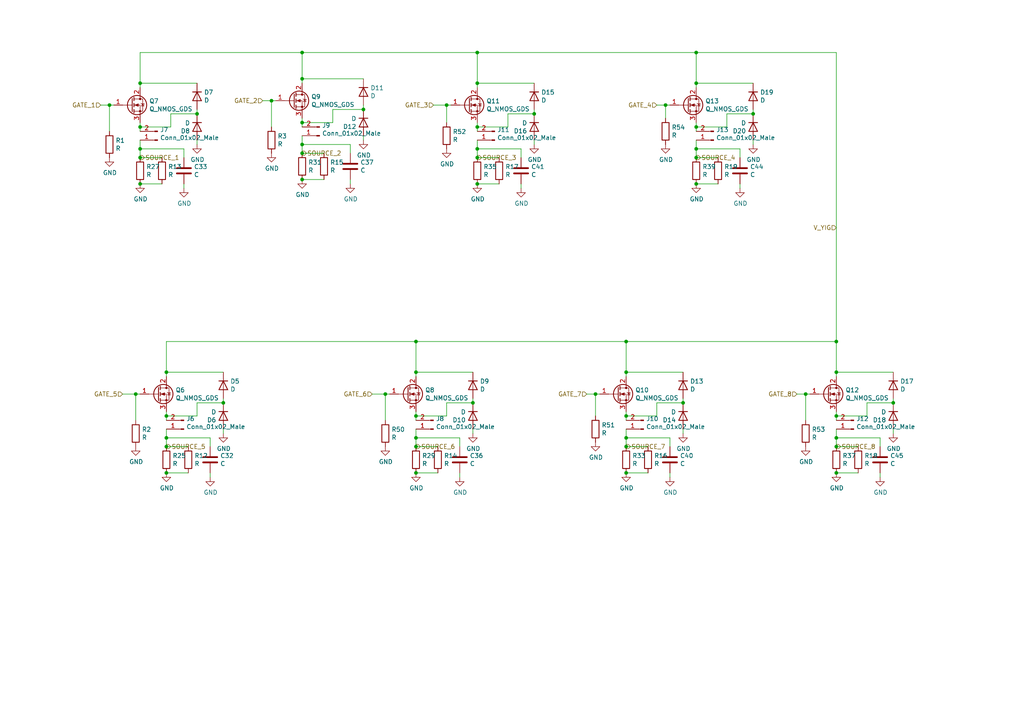
<source format=kicad_sch>
(kicad_sch (version 20230121) (generator eeschema)
  (paper "A4")
  (lib_symbols
    (symbol "Device:C" (pin_numbers hide) (pin_names (offset 0.254))
      (property "Reference" "C" (at 0.635 2.54 0))
      (property "Value" "C" (at 0.635 -2.54 0))
      (symbol "C_0_1"
        (polyline (pts (xy -2.032 -0.762) (xy 2.032 -0.762)) (stroke (width 0.508)))
        (polyline (pts (xy -2.032 0.762) (xy 2.032 0.762)) (stroke (width 0.508)))
      )
      (symbol "C_1_1"
        (pin passive line (at 0 3.81 270) (length 2.794) (name "~") (number "1"))
        (pin passive line (at 0 -3.81 90) (length 2.794) (name "~") (number "2"))
      )
    )
    (symbol "Device:D" (pin_numbers hide) (pin_names (offset 1.016) hide)
      (property "Reference" "D" (at 0 2.54 0))
      (property "Value" "D" (at 0 -2.54 0))
      (symbol "D_0_1"
        (polyline (pts (xy -1.27 1.27) (xy -1.27 -1.27)) (stroke (width 0.254)))
        (polyline (pts (xy 1.27 0) (xy -1.27 0)))
        (polyline (pts (xy 1.27 1.27) (xy 1.27 -1.27) (xy -1.27 0) (xy 1.27 1.27)) (stroke (width 0.254)))
      )
      (symbol "D_1_1"
        (pin passive line (at -3.81 0 0) (length 2.54) (name "K") (number "1"))
        (pin passive line (at 3.81 0 180) (length 2.54) (name "A") (number "2"))
      )
    )
    (symbol "Device:Q_NMOS_GDS" (pin_names (offset 0) hide)
      (property "Reference" "Q" (at 5.08 1.27 0))
      (property "Value" "Q_NMOS_GDS" (at 5.08 -1.27 0))
      (symbol "Q_NMOS_GDS_0_1"
        (polyline (pts (xy 0.254 0) (xy -2.54 0)))
        (polyline (pts (xy 0.254 1.905) (xy 0.254 -1.905)) (stroke (width 0.254)))
        (polyline (pts (xy 0.762 -1.27) (xy 0.762 -2.286)) (stroke (width 0.254)))
        (polyline (pts (xy 0.762 0.508) (xy 0.762 -0.508)) (stroke (width 0.254)))
        (polyline (pts (xy 0.762 2.286) (xy 0.762 1.27)) (stroke (width 0.254)))
        (polyline (pts (xy 2.54 2.54) (xy 2.54 1.778)))
        (polyline (pts (xy 2.54 -2.54) (xy 2.54 0) (xy 0.762 0)))
        (polyline (pts (xy 0.762 -1.778) (xy 3.302 -1.778) (xy 3.302 1.778) (xy 0.762 1.778)))
        (polyline (pts (xy 1.016 0) (xy 2.032 0.381) (xy 2.032 -0.381) (xy 1.016 0)) (fill (type outline)))
        (polyline (pts (xy 2.794 0.508) (xy 2.921 0.381) (xy 3.683 0.381) (xy 3.81 0.254)))
        (polyline (pts (xy 3.302 0.381) (xy 2.921 -0.254) (xy 3.683 -0.254) (xy 3.302 0.381)))
        (circle (center 1.651 0) (radius 2.794) (stroke (width 0.254)))
        (circle (center 2.54 -1.778) (radius 0.254) (fill (type outline)))
        (circle (center 2.54 1.778) (radius 0.254) (fill (type outline)))
      )
      (symbol "Q_NMOS_GDS_1_1"
        (pin input line (at -5.08 0 0) (length 2.54) (name "G") (number "1"))
        (pin passive line (at 2.54 5.08 270) (length 2.54) (name "D") (number "2"))
        (pin passive line (at 2.54 -5.08 90) (length 2.54) (name "S") (number "3"))
      )
    )
    (symbol "Device:R" (pin_numbers hide) (pin_names (offset 0))
      (property "Reference" "R" (at 2.032 0 90))
      (property "Value" "R" (at 0 0 90))
      (symbol "R_0_1"
        (rectangle (start -1.016 -2.54) (end 1.016 2.54) (stroke (width 0.254)))
      )
      (symbol "R_1_1"
        (pin passive line (at 0 3.81 270) (length 1.27) (name "~") (number "1"))
        (pin passive line (at 0 -3.81 90) (length 1.27) (name "~") (number "2"))
      )
    )
    (symbol "power:GND" (power) (pin_names (offset 0))
      (property "Value" "GND" (at 0 -3.81 0))
      (symbol "GND_0_1"
        (polyline (pts (xy 0 0) (xy 0 -1.27) (xy 1.27 -1.27) (xy 0 -2.54) (xy -1.27 -1.27) (xy 0 -1.27)))
      )
      (symbol "GND_1_1"
        (pin power_in line (at 0 0 270) (length 0) hide (name "GND") (number "1"))
      )
    )
    (symbol "yigController-rescue:Conn_01x02_Male-Connector" (pin_names (offset 1.016) hide)
      (property "Reference" "J" (at 0 2.54 0))
      (property "Value" "Connector_Conn_01x02_Male" (at 0 -5.08 0))
      (symbol "Conn_01x02_Male-Connector_1_1"
        (polyline (pts (xy 1.27 -2.54) (xy 0.8636 -2.54)) (stroke (width 0.1524)))
        (polyline (pts (xy 1.27 0) (xy 0.8636 0)) (stroke (width 0.1524)))
        (rectangle (start 0.8636 -2.413) (end 0 -2.667) (stroke (width 0.1524)) (fill (type outline)))
        (rectangle (start 0.8636 0.127) (end 0 -0.127) (stroke (width 0.1524)) (fill (type outline)))
        (pin passive line (at 5.08 0 180) (length 3.81) (name "Pin_1") (number "1"))
        (pin passive line (at 5.08 -2.54 180) (length 3.81) (name "Pin_2") (number "2"))
      )
    )
  )
  (junction (at 87.63 35.56))
  (junction (at 201.93 36.83))
  (junction (at 233.68 114.3))
  (junction (at 201.93 45.72))
  (junction (at 201.93 24.13))
  (junction (at 87.63 52.07))
  (junction (at 181.61 99.06))
  (junction (at 120.65 137.16))
  (junction (at 87.63 44.45))
  (junction (at 181.61 107.95))
  (junction (at 40.64 36.83))
  (junction (at 198.12 116.84))
  (junction (at 87.63 15.24))
  (junction (at 137.16 116.84))
  (junction (at 138.43 24.13))
  (junction (at 105.41 31.75))
  (junction (at 201.93 53.34))
  (junction (at 120.65 99.06))
  (junction (at 40.64 43.18))
  (junction (at 40.64 45.72))
  (junction (at 138.43 45.72))
  (junction (at 154.94 33.02))
  (junction (at 201.93 43.18))
  (junction (at 48.26 137.16))
  (junction (at 64.77 116.84))
  (junction (at 242.57 127))
  (junction (at 40.64 24.13))
  (junction (at 181.61 137.16))
  (junction (at 242.57 120.65))
  (junction (at 78.74 29.21))
  (junction (at 181.61 129.54))
  (junction (at 181.61 127))
  (junction (at 31.75 30.48))
  (junction (at 242.57 99.06))
  (junction (at 138.43 15.24))
  (junction (at 120.65 129.54))
  (junction (at 172.72 114.3))
  (junction (at 138.43 43.18))
  (junction (at 39.37 114.3))
  (junction (at 129.54 30.48))
  (junction (at 242.57 137.16))
  (junction (at 138.43 53.34))
  (junction (at 48.26 120.65))
  (junction (at 57.15 33.02))
  (junction (at 87.63 41.91))
  (junction (at 120.65 127))
  (junction (at 120.65 107.95))
  (junction (at 40.64 53.34))
  (junction (at 48.26 107.95))
  (junction (at 181.61 120.65))
  (junction (at 242.57 129.54))
  (junction (at 193.04 30.48))
  (junction (at 48.26 129.54))
  (junction (at 120.65 120.65))
  (junction (at 111.76 114.3))
  (junction (at 218.44 33.02))
  (junction (at 242.57 107.95))
  (junction (at 201.93 15.24))
  (junction (at 87.63 22.86))
  (junction (at 48.26 127))
  (junction (at 138.43 36.83))
  (junction (at 259.08 116.84))
  (wire (pts (xy 133.35 129.54) (xy 133.35 127)))
  (wire (pts (xy 187.96 129.54) (xy 181.61 129.54)))
  (wire (pts (xy 242.57 109.22) (xy 242.57 107.95)))
  (wire (pts (xy 242.57 121.92) (xy 242.57 120.65)))
  (wire (pts (xy 120.65 120.65) (xy 120.65 121.92)))
  (wire (pts (xy 194.31 127) (xy 181.61 127)))
  (wire (pts (xy 242.57 127) (xy 242.57 129.54)))
  (wire (pts (xy 101.6 52.07) (xy 101.6 53.34)))
  (wire (pts (xy 40.64 43.18) (xy 40.64 45.72)))
  (wire (pts (xy 218.44 24.13) (xy 201.93 24.13)))
  (wire (pts (xy 242.57 127) (xy 242.57 124.46)))
  (wire (pts (xy 214.63 53.34) (xy 214.63 54.61)))
  (wire (pts (xy 48.26 127) (xy 48.26 129.54)))
  (wire (pts (xy 248.92 129.54) (xy 242.57 129.54)))
  (wire (pts (xy 93.98 44.45) (xy 87.63 44.45)))
  (wire (pts (xy 53.34 43.18) (xy 40.64 43.18)))
  (wire (pts (xy 87.63 22.86) (xy 87.63 24.13)))
  (wire (pts (xy 193.04 34.29) (xy 193.04 30.48)))
  (wire (pts (xy 57.15 40.64) (xy 57.15 41.91)))
  (wire (pts (xy 87.63 35.56) (xy 87.63 36.83)))
  (wire (pts (xy 201.93 24.13) (xy 201.93 15.24)))
  (wire (pts (xy 96.52 31.75) (xy 105.41 31.75)))
  (wire (pts (xy 198.12 107.95) (xy 181.61 107.95)))
  (wire (pts (xy 120.65 119.38) (xy 120.65 120.65)))
  (wire (pts (xy 40.64 36.83) (xy 49.53 36.83)))
  (wire (pts (xy 120.65 120.65) (xy 129.54 120.65)))
  (wire (pts (xy 64.77 124.46) (xy 64.77 125.73)))
  (wire (pts (xy 154.94 31.75) (xy 154.94 33.02)))
  (wire (pts (xy 53.34 53.34) (xy 53.34 54.61)))
  (wire (pts (xy 194.31 30.48) (xy 193.04 30.48)))
  (wire (pts (xy 54.61 137.16) (xy 48.26 137.16)))
  (wire (pts (xy 60.96 129.54) (xy 60.96 127)))
  (wire (pts (xy 201.93 25.4) (xy 201.93 24.13)))
  (wire (pts (xy 40.64 36.83) (xy 40.64 35.56)))
  (wire (pts (xy 210.82 36.83) (xy 210.82 33.02)))
  (wire (pts (xy 137.16 115.57) (xy 137.16 116.84)))
  (wire (pts (xy 48.26 120.65) (xy 48.26 119.38)))
  (wire (pts (xy 40.64 38.1) (xy 40.64 36.83)))
  (wire (pts (xy 172.72 114.3) (xy 170.18 114.3)))
  (wire (pts (xy 137.16 124.46) (xy 137.16 125.73)))
  (wire (pts (xy 144.78 53.34) (xy 138.43 53.34)))
  (wire (pts (xy 87.63 15.24) (xy 138.43 15.24)))
  (wire (pts (xy 138.43 24.13) (xy 138.43 25.4)))
  (wire (pts (xy 40.64 24.13) (xy 40.64 25.4)))
  (wire (pts (xy 251.46 120.65) (xy 251.46 116.84)))
  (wire (pts (xy 138.43 15.24) (xy 201.93 15.24)))
  (wire (pts (xy 255.27 129.54) (xy 255.27 127)))
  (wire (pts (xy 130.81 30.48) (xy 129.54 30.48)))
  (wire (pts (xy 80.01 29.21) (xy 78.74 29.21)))
  (wire (pts (xy 48.26 107.95) (xy 48.26 99.06)))
  (wire (pts (xy 31.75 30.48) (xy 31.75 38.1)))
  (wire (pts (xy 120.65 124.46) (xy 120.65 127)))
  (wire (pts (xy 194.31 129.54) (xy 194.31 127)))
  (wire (pts (xy 208.28 45.72) (xy 201.93 45.72)))
  (wire (pts (xy 198.12 115.57) (xy 198.12 116.84)))
  (wire (pts (xy 105.41 39.37) (xy 105.41 40.64)))
  (wire (pts (xy 129.54 35.56) (xy 129.54 30.48)))
  (wire (pts (xy 49.53 36.83) (xy 49.53 33.02)))
  (wire (pts (xy 57.15 116.84) (xy 64.77 116.84)))
  (wire (pts (xy 181.61 124.46) (xy 181.61 127)))
  (wire (pts (xy 87.63 15.24) (xy 87.63 22.86)))
  (wire (pts (xy 33.02 30.48) (xy 31.75 30.48)))
  (wire (pts (xy 57.15 31.75) (xy 57.15 33.02)))
  (wire (pts (xy 194.31 137.16) (xy 194.31 138.43)))
  (wire (pts (xy 193.04 30.48) (xy 190.5 30.48)))
  (wire (pts (xy 105.41 30.48) (xy 105.41 31.75)))
  (wire (pts (xy 40.64 15.24) (xy 40.64 24.13)))
  (wire (pts (xy 181.61 121.92) (xy 181.61 120.65)))
  (wire (pts (xy 138.43 15.24) (xy 138.43 24.13)))
  (wire (pts (xy 255.27 127) (xy 242.57 127)))
  (wire (pts (xy 151.13 45.72) (xy 151.13 43.18)))
  (wire (pts (xy 87.63 39.37) (xy 87.63 41.91)))
  (wire (pts (xy 234.95 114.3) (xy 233.68 114.3)))
  (wire (pts (xy 40.64 15.24) (xy 87.63 15.24)))
  (wire (pts (xy 208.28 53.34) (xy 201.93 53.34)))
  (wire (pts (xy 233.68 114.3) (xy 231.14 114.3)))
  (wire (pts (xy 127 137.16) (xy 120.65 137.16)))
  (wire (pts (xy 31.75 30.48) (xy 29.21 30.48)))
  (wire (pts (xy 40.64 40.64) (xy 40.64 43.18)))
  (wire (pts (xy 181.61 109.22) (xy 181.61 107.95)))
  (wire (pts (xy 53.34 45.72) (xy 53.34 43.18)))
  (wire (pts (xy 40.64 114.3) (xy 39.37 114.3)))
  (wire (pts (xy 201.93 36.83) (xy 201.93 38.1)))
  (wire (pts (xy 218.44 31.75) (xy 218.44 33.02)))
  (wire (pts (xy 93.98 52.07) (xy 87.63 52.07)))
  (wire (pts (xy 181.61 99.06) (xy 242.57 99.06)))
  (wire (pts (xy 201.93 43.18) (xy 201.93 45.72)))
  (wire (pts (xy 39.37 121.92) (xy 39.37 114.3)))
  (wire (pts (xy 154.94 24.13) (xy 138.43 24.13)))
  (wire (pts (xy 39.37 114.3) (xy 35.56 114.3)))
  (wire (pts (xy 242.57 120.65) (xy 242.57 119.38)))
  (wire (pts (xy 87.63 35.56) (xy 96.52 35.56)))
  (wire (pts (xy 48.26 120.65) (xy 57.15 120.65)))
  (wire (pts (xy 48.26 109.22) (xy 48.26 107.95)))
  (wire (pts (xy 190.5 116.84) (xy 198.12 116.84)))
  (wire (pts (xy 111.76 114.3) (xy 107.95 114.3)))
  (wire (pts (xy 242.57 107.95) (xy 242.57 99.06)))
  (wire (pts (xy 233.68 121.92) (xy 233.68 114.3)))
  (wire (pts (xy 78.74 36.83) (xy 78.74 29.21)))
  (wire (pts (xy 46.99 45.72) (xy 40.64 45.72)))
  (wire (pts (xy 60.96 127) (xy 48.26 127)))
  (wire (pts (xy 144.78 45.72) (xy 138.43 45.72)))
  (wire (pts (xy 181.61 120.65) (xy 190.5 120.65)))
  (wire (pts (xy 201.93 35.56) (xy 201.93 36.83)))
  (wire (pts (xy 138.43 35.56) (xy 138.43 36.83)))
  (wire (pts (xy 173.99 114.3) (xy 172.72 114.3)))
  (wire (pts (xy 259.08 124.46) (xy 259.08 125.73)))
  (wire (pts (xy 57.15 120.65) (xy 57.15 116.84)))
  (wire (pts (xy 255.27 137.16) (xy 255.27 138.43)))
  (wire (pts (xy 242.57 120.65) (xy 251.46 120.65)))
  (wire (pts (xy 248.92 137.16) (xy 242.57 137.16)))
  (wire (pts (xy 138.43 40.64) (xy 138.43 43.18)))
  (wire (pts (xy 96.52 35.56) (xy 96.52 31.75)))
  (wire (pts (xy 251.46 116.84) (xy 259.08 116.84)))
  (wire (pts (xy 129.54 30.48) (xy 125.73 30.48)))
  (wire (pts (xy 129.54 116.84) (xy 137.16 116.84)))
  (wire (pts (xy 147.32 33.02) (xy 154.94 33.02)))
  (wire (pts (xy 181.61 107.95) (xy 181.61 99.06)))
  (wire (pts (xy 138.43 36.83) (xy 138.43 38.1)))
  (wire (pts (xy 101.6 44.45) (xy 101.6 41.91)))
  (wire (pts (xy 111.76 121.92) (xy 111.76 114.3)))
  (wire (pts (xy 201.93 40.64) (xy 201.93 43.18)))
  (wire (pts (xy 138.43 36.83) (xy 147.32 36.83)))
  (wire (pts (xy 181.61 127) (xy 181.61 129.54)))
  (wire (pts (xy 127 129.54) (xy 120.65 129.54)))
  (wire (pts (xy 172.72 120.65) (xy 172.72 114.3)))
  (wire (pts (xy 120.65 107.95) (xy 120.65 99.06)))
  (wire (pts (xy 60.96 137.16) (xy 60.96 138.43)))
  (wire (pts (xy 198.12 124.46) (xy 198.12 125.73)))
  (wire (pts (xy 46.99 53.34) (xy 40.64 53.34)))
  (wire (pts (xy 190.5 120.65) (xy 190.5 116.84)))
  (wire (pts (xy 210.82 33.02) (xy 218.44 33.02)))
  (wire (pts (xy 101.6 41.91) (xy 87.63 41.91)))
  (wire (pts (xy 120.65 99.06) (xy 181.61 99.06)))
  (wire (pts (xy 133.35 127) (xy 120.65 127)))
  (wire (pts (xy 151.13 43.18) (xy 138.43 43.18)))
  (wire (pts (xy 187.96 137.16) (xy 181.61 137.16)))
  (wire (pts (xy 64.77 115.57) (xy 64.77 116.84)))
  (wire (pts (xy 214.63 43.18) (xy 201.93 43.18)))
  (wire (pts (xy 151.13 53.34) (xy 151.13 54.61)))
  (wire (pts (xy 64.77 107.95) (xy 48.26 107.95)))
  (wire (pts (xy 48.26 124.46) (xy 48.26 127)))
  (wire (pts (xy 87.63 22.86) (xy 105.41 22.86)))
  (wire (pts (xy 87.63 41.91) (xy 87.63 44.45)))
  (wire (pts (xy 242.57 99.06) (xy 242.57 15.24)))
  (wire (pts (xy 48.26 121.92) (xy 48.26 120.65)))
  (wire (pts (xy 259.08 115.57) (xy 259.08 116.84)))
  (wire (pts (xy 49.53 33.02) (xy 57.15 33.02)))
  (wire (pts (xy 147.32 36.83) (xy 147.32 33.02)))
  (wire (pts (xy 120.65 127) (xy 120.65 129.54)))
  (wire (pts (xy 154.94 40.64) (xy 154.94 41.91)))
  (wire (pts (xy 78.74 29.21) (xy 76.2 29.21)))
  (wire (pts (xy 201.93 36.83) (xy 210.82 36.83)))
  (wire (pts (xy 259.08 107.95) (xy 242.57 107.95)))
  (wire (pts (xy 133.35 137.16) (xy 133.35 138.43)))
  (wire (pts (xy 113.03 114.3) (xy 111.76 114.3)))
  (wire (pts (xy 181.61 120.65) (xy 181.61 119.38)))
  (wire (pts (xy 54.61 129.54) (xy 48.26 129.54)))
  (wire (pts (xy 137.16 107.95) (xy 120.65 107.95)))
  (wire (pts (xy 129.54 120.65) (xy 129.54 116.84)))
  (wire (pts (xy 138.43 43.18) (xy 138.43 45.72)))
  (wire (pts (xy 218.44 40.64) (xy 218.44 41.91)))
  (wire (pts (xy 48.26 99.06) (xy 120.65 99.06)))
  (wire (pts (xy 120.65 109.22) (xy 120.65 107.95)))
  (wire (pts (xy 57.15 24.13) (xy 40.64 24.13)))
  (wire (pts (xy 87.63 34.29) (xy 87.63 35.56)))
  (wire (pts (xy 242.57 15.24) (xy 201.93 15.24)))
  (wire (pts (xy 214.63 45.72) (xy 214.63 43.18)))
  (hierarchical_label "SOURCE_2" (shape output) (at 87.63 44.45 0))
  (hierarchical_label "GATE_3" (shape input) (at 125.73 30.48 180))
  (hierarchical_label "GATE_7" (shape input) (at 170.18 114.3 180))
  (hierarchical_label "SOURCE_4" (shape output) (at 201.93 45.72 0))
  (hierarchical_label "GATE_4" (shape input) (at 190.5 30.48 180))
  (hierarchical_label "SOURCE_8" (shape output) (at 242.57 129.54 0))
  (hierarchical_label "GATE_2" (shape input) (at 76.2 29.21 180))
  (hierarchical_label "SOURCE_3" (shape output) (at 138.43 45.72 0))
  (hierarchical_label "SOURCE_5" (shape output) (at 48.26 129.54 0))
  (hierarchical_label "GATE_5" (shape input) (at 35.56 114.3 180))
  (hierarchical_label "GATE_6" (shape input) (at 107.95 114.3 180))
  (hierarchical_label "GATE_8" (shape input) (at 231.14 114.3 180))
  (hierarchical_label "SOURCE_1" (shape output) (at 40.64 45.72 0))
  (hierarchical_label "GATE_1" (shape input) (at 29.21 30.48 180))
  (hierarchical_label "V_YIG" (shape input) (at 242.57 66.04 180))
  (hierarchical_label "SOURCE_7" (shape output) (at 181.61 129.54 0))
  (hierarchical_label "SOURCE_6" (shape output) (at 120.65 129.54 0))
  (symbol (lib_id "Device:Q_NMOS_GDS") (at 38.1 30.48 0) (unit 1)
    (property "Reference" "Q7" (at 43.2816 29.3116 0) (effects (justify left)))
    (property "Value" "Q_NMOS_GDS" (at 43.2816 31.623 0) (effects (justify left)))
    (property "Footprint" "Package_TO_SOT_THT:TO-220-3_Vertical" (effects hide))
    (instances (project "yigController" (path "" (reference "Q7") (unit 1)) (path "" (reference "Q?") (unit 1))))
  )
  (symbol (lib_id "yigController-rescue:Conn_01x02_Male-Connector") (at 45.72 40.64 180) (unit 1)
    (property "Reference" "J7" (at 46.4312 37.6428 0) (effects (justify right)))
    (property "Value" "Conn_01x02_Male" (at 46.4312 39.9542 0) (effects (justify right)))
    (property "Footprint" "Connector_PinHeader_2.54mm:PinHeader_1x02_P2.54mm_Vertical" (effects hide))
    (instances (project "yigController" (path "" (reference "J7") (unit 1)) (path "" (reference "J?") (unit 1))))
  )
  (symbol (lib_id "Device:D") (at 57.15 27.94 270) (unit 1)
    (property "Reference" "D7" (at 59.182 26.7716 90) (effects (justify left)))
    (property "Value" "D" (at 59.182 29.083 90) (effects (justify left)))
    (property "Footprint" "Diode_SMD:D_2010_5025Metric" (effects hide))
    (instances (project "yigController" (path "" (reference "D7") (unit 1)) (path "" (reference "D?") (unit 1))))
  )
  (symbol (lib_id "Device:D") (at 57.15 36.83 270) (unit 1)
    (property "Reference" "D8" (at 55.118 37.9984 90) (effects (justify right)))
    (property "Value" "D" (at 55.118 35.687 90) (effects (justify right)))
    (property "Footprint" "Diode_SMD:D_2010_5025Metric" (effects hide))
    (instances (project "yigController" (path "" (reference "D8") (unit 1)) (path "" (reference "D?") (unit 1))))
  )
  (symbol (lib_id "power:GND") (at 57.15 41.91 0) (unit 1)
    (property "Reference" "#PWR0125" (effects hide))
    (property "Value" "GND" (at 57.277 46.3042 0))
    (instances (project "yigController" (path "" (reference "#PWR0125") (unit 1)) (path "" (reference "#PWR?") (unit 1))))
  )
  (symbol (lib_id "Device:Q_NMOS_GDS") (at 85.09 29.21 0) (unit 1)
    (property "Reference" "Q9" (at 90.2716 28.0416 0) (effects (justify left)))
    (property "Value" "Q_NMOS_GDS" (at 90.2716 30.353 0) (effects (justify left)))
    (property "Footprint" "Package_TO_SOT_THT:TO-220-3_Vertical" (effects hide))
    (instances (project "yigController" (path "" (reference "Q9") (unit 1)) (path "" (reference "Q?") (unit 1))))
  )
  (symbol (lib_id "yigController-rescue:Conn_01x02_Male-Connector") (at 92.71 39.37 180) (unit 1)
    (property "Reference" "J9" (at 93.4212 36.3728 0) (effects (justify right)))
    (property "Value" "Conn_01x02_Male" (at 93.4212 38.6842 0) (effects (justify right)))
    (property "Footprint" "Connector_PinHeader_2.54mm:PinHeader_1x02_P2.54mm_Vertical" (effects hide))
    (instances (project "yigController" (path "" (reference "J9") (unit 1)) (path "" (reference "J?") (unit 1))))
  )
  (symbol (lib_id "Device:D") (at 105.41 26.67 270) (unit 1)
    (property "Reference" "D11" (at 107.442 25.5016 90) (effects (justify left)))
    (property "Value" "D" (at 107.442 27.813 90) (effects (justify left)))
    (property "Footprint" "Diode_SMD:D_2010_5025Metric" (effects hide))
    (instances (project "yigController" (path "" (reference "D11") (unit 1)) (path "" (reference "D?") (unit 1))))
  )
  (symbol (lib_id "Device:D") (at 105.41 35.56 270) (unit 1)
    (property "Reference" "D12" (at 103.378 36.7284 90) (effects (justify right)))
    (property "Value" "D" (at 103.378 34.417 90) (effects (justify right)))
    (property "Footprint" "Diode_SMD:D_2010_5025Metric" (effects hide))
    (instances (project "yigController" (path "" (reference "D12") (unit 1)) (path "" (reference "D?") (unit 1))))
  )
  (symbol (lib_id "power:GND") (at 105.41 40.64 0) (unit 1)
    (property "Reference" "#PWR0127" (effects hide))
    (property "Value" "GND" (at 105.537 45.0342 0))
    (instances (project "yigController" (path "" (reference "#PWR0127") (unit 1)) (path "" (reference "#PWR?") (unit 1))))
  )
  (symbol (lib_id "Device:Q_NMOS_GDS") (at 135.89 30.48 0) (unit 1)
    (property "Reference" "Q11" (at 141.0716 29.3116 0) (effects (justify left)))
    (property "Value" "Q_NMOS_GDS" (at 141.0716 31.623 0) (effects (justify left)))
    (property "Footprint" "Package_TO_SOT_THT:TO-220-3_Vertical" (effects hide))
    (instances (project "yigController" (path "" (reference "Q11") (unit 1)) (path "" (reference "Q?") (unit 1))))
  )
  (symbol (lib_id "yigController-rescue:Conn_01x02_Male-Connector") (at 143.51 40.64 180) (unit 1)
    (property "Reference" "J11" (at 144.2212 37.6428 0) (effects (justify right)))
    (property "Value" "Conn_01x02_Male" (at 144.2212 39.9542 0) (effects (justify right)))
    (property "Footprint" "Connector_PinHeader_2.54mm:PinHeader_1x02_P2.54mm_Vertical" (effects hide))
    (instances (project "yigController" (path "" (reference "J11") (unit 1)) (path "" (reference "J?") (unit 1))))
  )
  (symbol (lib_id "Device:D") (at 154.94 27.94 270) (unit 1)
    (property "Reference" "D15" (at 156.972 26.7716 90) (effects (justify left)))
    (property "Value" "D" (at 156.972 29.083 90) (effects (justify left)))
    (property "Footprint" "Diode_SMD:D_2010_5025Metric" (effects hide))
    (instances (project "yigController" (path "" (reference "D15") (unit 1)) (path "" (reference "D?") (unit 1))))
  )
  (symbol (lib_id "Device:D") (at 154.94 36.83 270) (unit 1)
    (property "Reference" "D16" (at 152.908 37.9984 90) (effects (justify right)))
    (property "Value" "D" (at 152.908 35.687 90) (effects (justify right)))
    (property "Footprint" "Diode_SMD:D_2010_5025Metric" (effects hide))
    (instances (project "yigController" (path "" (reference "D16") (unit 1)) (path "" (reference "D?") (unit 1))))
  )
  (symbol (lib_id "power:GND") (at 154.94 41.91 0) (unit 1)
    (property "Reference" "#PWR0129" (effects hide))
    (property "Value" "GND" (at 155.067 46.3042 0))
    (instances (project "yigController" (path "" (reference "#PWR0129") (unit 1)) (path "" (reference "#PWR?") (unit 1))))
  )
  (symbol (lib_id "Device:Q_NMOS_GDS") (at 199.39 30.48 0) (unit 1)
    (property "Reference" "Q13" (at 204.5716 29.3116 0) (effects (justify left)))
    (property "Value" "Q_NMOS_GDS" (at 204.5716 31.623 0) (effects (justify left)))
    (property "Footprint" "Package_TO_SOT_THT:TO-220-3_Vertical" (effects hide))
    (instances (project "yigController" (path "" (reference "Q13") (unit 1)) (path "" (reference "Q?") (unit 1))))
  )
  (symbol (lib_id "yigController-rescue:Conn_01x02_Male-Connector") (at 207.01 40.64 180) (unit 1)
    (property "Reference" "J13" (at 207.7212 37.6428 0) (effects (justify right)))
    (property "Value" "Conn_01x02_Male" (at 207.7212 39.9542 0) (effects (justify right)))
    (property "Footprint" "Connector_PinHeader_2.54mm:PinHeader_1x02_P2.54mm_Vertical" (effects hide))
    (instances (project "yigController" (path "" (reference "J13") (unit 1)) (path "" (reference "J?") (unit 1))))
  )
  (symbol (lib_id "Device:D") (at 218.44 27.94 270) (unit 1)
    (property "Reference" "D19" (at 220.472 26.7716 90) (effects (justify left)))
    (property "Value" "D" (at 220.472 29.083 90) (effects (justify left)))
    (property "Footprint" "Diode_SMD:D_2010_5025Metric" (effects hide))
    (instances (project "yigController" (path "" (reference "D19") (unit 1)) (path "" (reference "D?") (unit 1))))
  )
  (symbol (lib_id "Device:D") (at 218.44 36.83 270) (unit 1)
    (property "Reference" "D20" (at 216.408 37.9984 90) (effects (justify right)))
    (property "Value" "D" (at 216.408 35.687 90) (effects (justify right)))
    (property "Footprint" "Diode_SMD:D_2010_5025Metric" (effects hide))
    (instances (project "yigController" (path "" (reference "D20") (unit 1)) (path "" (reference "D?") (unit 1))))
  )
  (symbol (lib_id "power:GND") (at 218.44 41.91 0) (unit 1)
    (property "Reference" "#PWR0131" (effects hide))
    (property "Value" "GND" (at 218.567 46.3042 0))
    (instances (project "yigController" (path "" (reference "#PWR0131") (unit 1)) (path "" (reference "#PWR?") (unit 1))))
  )
  (symbol (lib_id "Device:Q_NMOS_GDS") (at 45.72 114.3 0) (unit 1)
    (property "Reference" "Q6" (at 50.9016 113.1316 0) (effects (justify left)))
    (property "Value" "Q_NMOS_GDS" (at 50.9016 115.443 0) (effects (justify left)))
    (property "Footprint" "Package_TO_SOT_THT:TO-220-3_Vertical" (effects hide))
    (instances (project "yigController" (path "" (reference "Q6") (unit 1)) (path "" (reference "Q?") (unit 1))))
  )
  (symbol (lib_id "yigController-rescue:Conn_01x02_Male-Connector") (at 53.34 124.46 180) (unit 1)
    (property "Reference" "J6" (at 54.0512 121.4628 0) (effects (justify right)))
    (property "Value" "Conn_01x02_Male" (at 54.0512 123.7742 0) (effects (justify right)))
    (property "Footprint" "Connector_PinHeader_2.54mm:PinHeader_1x02_P2.54mm_Vertical" (effects hide))
    (instances (project "yigController" (path "" (reference "J6") (unit 1)) (path "" (reference "J?") (unit 1))))
  )
  (symbol (lib_id "Device:D") (at 64.77 111.76 270) (unit 1)
    (property "Reference" "D5" (at 66.802 110.5916 90) (effects (justify left)))
    (property "Value" "D" (at 66.802 112.903 90) (effects (justify left)))
    (property "Footprint" "Diode_SMD:D_2010_5025Metric" (effects hide))
    (instances (project "yigController" (path "" (reference "D5") (unit 1)) (path "" (reference "D?") (unit 1))))
  )
  (symbol (lib_id "Device:D") (at 64.77 120.65 270) (unit 1)
    (property "Reference" "D6" (at 62.738 121.8184 90) (effects (justify right)))
    (property "Value" "D" (at 62.738 119.507 90) (effects (justify right)))
    (property "Footprint" "Diode_SMD:D_2010_5025Metric" (effects hide))
    (instances (project "yigController" (path "" (reference "D6") (unit 1)) (path "" (reference "D?") (unit 1))))
  )
  (symbol (lib_id "power:GND") (at 64.77 125.73 0) (unit 1)
    (property "Reference" "#PWR0133" (effects hide))
    (property "Value" "GND" (at 64.897 130.1242 0))
    (instances (project "yigController" (path "" (reference "#PWR0133") (unit 1)) (path "" (reference "#PWR?") (unit 1))))
  )
  (symbol (lib_id "Device:Q_NMOS_GDS") (at 118.11 114.3 0) (unit 1)
    (property "Reference" "Q8" (at 123.2916 113.1316 0) (effects (justify left)))
    (property "Value" "Q_NMOS_GDS" (at 123.2916 115.443 0) (effects (justify left)))
    (property "Footprint" "Package_TO_SOT_THT:TO-220-3_Vertical" (effects hide))
    (instances (project "yigController" (path "" (reference "Q8") (unit 1)) (path "" (reference "Q?") (unit 1))))
  )
  (symbol (lib_id "yigController-rescue:Conn_01x02_Male-Connector") (at 125.73 124.46 180) (unit 1)
    (property "Reference" "J8" (at 126.4412 121.4628 0) (effects (justify right)))
    (property "Value" "Conn_01x02_Male" (at 126.4412 123.7742 0) (effects (justify right)))
    (property "Footprint" "Connector_PinHeader_2.54mm:PinHeader_1x02_P2.54mm_Vertical" (effects hide))
    (instances (project "yigController" (path "" (reference "J8") (unit 1)) (path "" (reference "J?") (unit 1))))
  )
  (symbol (lib_id "Device:D") (at 137.16 111.76 270) (unit 1)
    (property "Reference" "D9" (at 139.192 110.5916 90) (effects (justify left)))
    (property "Value" "D" (at 139.192 112.903 90) (effects (justify left)))
    (property "Footprint" "Diode_SMD:D_2010_5025Metric" (effects hide))
    (instances (project "yigController" (path "" (reference "D9") (unit 1)) (path "" (reference "D?") (unit 1))))
  )
  (symbol (lib_id "Device:D") (at 137.16 120.65 270) (unit 1)
    (property "Reference" "D10" (at 135.128 121.8184 90) (effects (justify right)))
    (property "Value" "D" (at 135.128 119.507 90) (effects (justify right)))
    (property "Footprint" "Diode_SMD:D_2010_5025Metric" (effects hide))
    (instances (project "yigController" (path "" (reference "D10") (unit 1)) (path "" (reference "D?") (unit 1))))
  )
  (symbol (lib_id "power:GND") (at 137.16 125.73 0) (unit 1)
    (property "Reference" "#PWR0135" (effects hide))
    (property "Value" "GND" (at 137.287 130.1242 0))
    (instances (project "yigController" (path "" (reference "#PWR0135") (unit 1)) (path "" (reference "#PWR?") (unit 1))))
  )
  (symbol (lib_id "Device:Q_NMOS_GDS") (at 179.07 114.3 0) (unit 1)
    (property "Reference" "Q10" (at 184.2516 113.1316 0) (effects (justify left)))
    (property "Value" "Q_NMOS_GDS" (at 184.2516 115.443 0) (effects (justify left)))
    (property "Footprint" "Package_TO_SOT_THT:TO-220-3_Vertical" (effects hide))
    (instances (project "yigController" (path "" (reference "Q10") (unit 1)) (path "" (reference "Q?") (unit 1))))
  )
  (symbol (lib_id "yigController-rescue:Conn_01x02_Male-Connector") (at 186.69 124.46 180) (unit 1)
    (property "Reference" "J10" (at 187.4012 121.4628 0) (effects (justify right)))
    (property "Value" "Conn_01x02_Male" (at 187.4012 123.7742 0) (effects (justify right)))
    (property "Footprint" "Connector_PinHeader_2.54mm:PinHeader_1x02_P2.54mm_Vertical" (effects hide))
    (instances (project "yigController" (path "" (reference "J10") (unit 1)) (path "" (reference "J?") (unit 1))))
  )
  (symbol (lib_id "Device:D") (at 198.12 111.76 270) (unit 1)
    (property "Reference" "D13" (at 200.152 110.5916 90) (effects (justify left)))
    (property "Value" "D" (at 200.152 112.903 90) (effects (justify left)))
    (property "Footprint" "Diode_SMD:D_2010_5025Metric" (effects hide))
    (instances (project "yigController" (path "" (reference "D13") (unit 1)) (path "" (reference "D?") (unit 1))))
  )
  (symbol (lib_id "Device:D") (at 198.12 120.65 270) (unit 1)
    (property "Reference" "D14" (at 196.088 121.8184 90) (effects (justify right)))
    (property "Value" "D" (at 196.088 119.507 90) (effects (justify right)))
    (property "Footprint" "Diode_SMD:D_2010_5025Metric" (effects hide))
    (instances (project "yigController" (path "" (reference "D14") (unit 1)) (path "" (reference "D?") (unit 1))))
  )
  (symbol (lib_id "power:GND") (at 198.12 125.73 0) (unit 1)
    (property "Reference" "#PWR0137" (effects hide))
    (property "Value" "GND" (at 198.247 130.1242 0))
    (instances (project "yigController" (path "" (reference "#PWR0137") (unit 1)) (path "" (reference "#PWR?") (unit 1))))
  )
  (symbol (lib_id "Device:Q_NMOS_GDS") (at 240.03 114.3 0) (unit 1)
    (property "Reference" "Q12" (at 245.2116 113.1316 0) (effects (justify left)))
    (property "Value" "Q_NMOS_GDS" (at 245.2116 115.443 0) (effects (justify left)))
    (property "Footprint" "Package_TO_SOT_THT:TO-220-3_Vertical" (effects hide))
    (instances (project "yigController" (path "" (reference "Q12") (unit 1)) (path "" (reference "Q?") (unit 1))))
  )
  (symbol (lib_id "yigController-rescue:Conn_01x02_Male-Connector") (at 247.65 124.46 180) (unit 1)
    (property "Reference" "J12" (at 248.3612 121.4628 0) (effects (justify right)))
    (property "Value" "Conn_01x02_Male" (at 248.3612 123.7742 0) (effects (justify right)))
    (property "Footprint" "Connector_PinHeader_2.54mm:PinHeader_1x02_P2.54mm_Vertical" (effects hide))
    (instances (project "yigController" (path "" (reference "J12") (unit 1)) (path "" (reference "J?") (unit 1))))
  )
  (symbol (lib_id "Device:D") (at 259.08 111.76 270) (unit 1)
    (property "Reference" "D17" (at 261.112 110.5916 90) (effects (justify left)))
    (property "Value" "D" (at 261.112 112.903 90) (effects (justify left)))
    (property "Footprint" "Diode_SMD:D_2010_5025Metric" (effects hide))
    (instances (project "yigController" (path "" (reference "D17") (unit 1)) (path "" (reference "D?") (unit 1))))
  )
  (symbol (lib_id "Device:D") (at 259.08 120.65 270) (unit 1)
    (property "Reference" "D18" (at 257.048 121.8184 90) (effects (justify right)))
    (property "Value" "D" (at 257.048 119.507 90) (effects (justify right)))
    (property "Footprint" "Diode_SMD:D_2010_5025Metric" (effects hide))
    (instances (project "yigController" (path "" (reference "D18") (unit 1)) (path "" (reference "D?") (unit 1))))
  )
  (symbol (lib_id "power:GND") (at 259.08 125.73 0) (unit 1)
    (property "Reference" "#PWR0139" (effects hide))
    (property "Value" "GND" (at 259.207 130.1242 0))
    (instances (project "yigController" (path "" (reference "#PWR0139") (unit 1)) (path "" (reference "#PWR?") (unit 1))))
  )
  (symbol (lib_id "Device:R") (at 40.64 49.53 180) (unit 1)
    (property "Reference" "R27" (at 42.418 48.3616 0) (effects (justify right)))
    (property "Value" "R" (at 42.418 50.673 0) (effects (justify right)))
    (property "Footprint" "Resistor_SMD:R_4020_10251Metric" (effects hide))
    (instances (project "yigController" (path "" (reference "R27") (unit 1)) (path "" (reference "R?") (unit 1))))
  )
  (symbol (lib_id "Device:R") (at 87.63 48.26 180) (unit 1)
    (property "Reference" "R31" (at 89.408 47.0916 0) (effects (justify right)))
    (property "Value" "R" (at 89.408 49.403 0) (effects (justify right)))
    (property "Footprint" "Resistor_SMD:R_4020_10251Metric" (effects hide))
    (instances (project "yigController" (path "" (reference "R31") (unit 1)) (path "" (reference "R?") (unit 1))))
  )
  (symbol (lib_id "Device:R") (at 138.43 49.53 180) (unit 1)
    (property "Reference" "R35" (at 140.208 48.3616 0) (effects (justify right)))
    (property "Value" "R" (at 140.208 50.673 0) (effects (justify right)))
    (property "Footprint" "Resistor_SMD:R_4020_10251Metric" (effects hide))
    (instances (project "yigController" (path "" (reference "R35") (unit 1)) (path "" (reference "R?") (unit 1))))
  )
  (symbol (lib_id "Device:R") (at 201.93 49.53 180) (unit 1)
    (property "Reference" "R39" (at 203.708 48.3616 0) (effects (justify right)))
    (property "Value" "R" (at 203.708 50.673 0) (effects (justify right)))
    (property "Footprint" "Resistor_SMD:R_4020_10251Metric" (effects hide))
    (instances (project "yigController" (path "" (reference "R39") (unit 1)) (path "" (reference "R?") (unit 1))))
  )
  (symbol (lib_id "Device:R") (at 48.26 133.35 180) (unit 1)
    (property "Reference" "R25" (at 50.038 132.1816 0) (effects (justify right)))
    (property "Value" "R" (at 50.038 134.493 0) (effects (justify right)))
    (property "Footprint" "Resistor_SMD:R_4020_10251Metric" (effects hide))
    (instances (project "yigController" (path "" (reference "R25") (unit 1)) (path "" (reference "R?") (unit 1))))
  )
  (symbol (lib_id "Device:R") (at 120.65 133.35 180) (unit 1)
    (property "Reference" "R29" (at 122.428 132.1816 0) (effects (justify right)))
    (property "Value" "R" (at 122.428 134.493 0) (effects (justify right)))
    (property "Footprint" "Resistor_SMD:R_4020_10251Metric" (effects hide))
    (instances (project "yigController" (path "" (reference "R29") (unit 1)) (path "" (reference "R?") (unit 1))))
  )
  (symbol (lib_id "Device:R") (at 181.61 133.35 180) (unit 1)
    (property "Reference" "R33" (at 183.388 132.1816 0) (effects (justify right)))
    (property "Value" "R" (at 183.388 134.493 0) (effects (justify right)))
    (property "Footprint" "Resistor_SMD:R_4020_10251Metric" (effects hide))
    (instances (project "yigController" (path "" (reference "R33") (unit 1)) (path "" (reference "R?") (unit 1))))
  )
  (symbol (lib_id "Device:R") (at 242.57 133.35 180) (unit 1)
    (property "Reference" "R37" (at 244.348 132.1816 0) (effects (justify right)))
    (property "Value" "R" (at 244.348 134.493 0) (effects (justify right)))
    (property "Footprint" "Resistor_SMD:R_4020_10251Metric" (effects hide))
    (instances (project "yigController" (path "" (reference "R37") (unit 1)) (path "" (reference "R?") (unit 1))))
  )
  (symbol (lib_id "power:GND") (at 40.64 53.34 0) (unit 1)
    (property "Reference" "#PWR0140" (effects hide))
    (property "Value" "GND" (at 40.767 57.7342 0))
    (instances (project "yigController" (path "" (reference "#PWR0140") (unit 1)) (path "" (reference "#PWR?") (unit 1))))
  )
  (symbol (lib_id "power:GND") (at 87.63 52.07 0) (unit 1)
    (property "Reference" "#PWR0141" (effects hide))
    (property "Value" "GND" (at 87.757 56.4642 0))
    (instances (project "yigController" (path "" (reference "#PWR0141") (unit 1)) (path "" (reference "#PWR?") (unit 1))))
  )
  (symbol (lib_id "power:GND") (at 138.43 53.34 0) (unit 1)
    (property "Reference" "#PWR0142" (effects hide))
    (property "Value" "GND" (at 138.557 57.7342 0))
    (instances (project "yigController" (path "" (reference "#PWR0142") (unit 1)) (path "" (reference "#PWR?") (unit 1))))
  )
  (symbol (lib_id "power:GND") (at 201.93 53.34 0) (unit 1)
    (property "Reference" "#PWR0143" (effects hide))
    (property "Value" "GND" (at 202.057 57.7342 0))
    (instances (project "yigController" (path "" (reference "#PWR0143") (unit 1)) (path "" (reference "#PWR?") (unit 1))))
  )
  (symbol (lib_id "power:GND") (at 242.57 137.16 0) (unit 1)
    (property "Reference" "#PWR0144" (effects hide))
    (property "Value" "GND" (at 242.697 141.5542 0))
    (instances (project "yigController" (path "" (reference "#PWR0144") (unit 1)) (path "" (reference "#PWR?") (unit 1))))
  )
  (symbol (lib_id "power:GND") (at 181.61 137.16 0) (unit 1)
    (property "Reference" "#PWR0145" (effects hide))
    (property "Value" "GND" (at 181.737 141.5542 0))
    (instances (project "yigController" (path "" (reference "#PWR0145") (unit 1)) (path "" (reference "#PWR?") (unit 1))))
  )
  (symbol (lib_id "power:GND") (at 120.65 137.16 0) (unit 1)
    (property "Reference" "#PWR0146" (effects hide))
    (property "Value" "GND" (at 120.777 141.5542 0))
    (instances (project "yigController" (path "" (reference "#PWR0146") (unit 1)) (path "" (reference "#PWR?") (unit 1))))
  )
  (symbol (lib_id "Device:R") (at 31.75 41.91 180) (unit 1)
    (property "Reference" "R1" (at 33.528 40.7416 0) (effects (justify right)))
    (property "Value" "R" (at 33.528 43.053 0) (effects (justify right)))
    (property "Footprint" "Resistor_SMD:R_1206_3216Metric" (effects hide))
    (instances (project "yigController" (path "" (reference "R1") (unit 1)) (path "" (reference "R?") (unit 1))))
  )
  (symbol (lib_id "power:GND") (at 31.75 45.72 0) (unit 1)
    (property "Reference" "#PWR0118" (effects hide))
    (property "Value" "GND" (at 31.877 50.1142 0))
    (instances (project "yigController" (path "" (reference "#PWR0118") (unit 1)) (path "" (reference "#PWR?") (unit 1))))
  )
  (symbol (lib_id "Device:R") (at 78.74 40.64 180) (unit 1)
    (property "Reference" "R3" (at 80.518 39.4716 0) (effects (justify right)))
    (property "Value" "R" (at 80.518 41.783 0) (effects (justify right)))
    (property "Footprint" "Resistor_SMD:R_1206_3216Metric" (effects hide))
    (instances (project "yigController" (path "" (reference "R3") (unit 1)) (path "" (reference "R?") (unit 1))))
  )
  (symbol (lib_id "power:GND") (at 78.74 44.45 0) (unit 1)
    (property "Reference" "#PWR0178" (effects hide))
    (property "Value" "GND" (at 78.867 48.8442 0))
    (instances (project "yigController" (path "" (reference "#PWR0178") (unit 1)) (path "" (reference "#PWR?") (unit 1))))
  )
  (symbol (lib_id "Device:R") (at 129.54 39.37 180) (unit 1)
    (property "Reference" "R52" (at 131.318 38.2016 0) (effects (justify right)))
    (property "Value" "R" (at 131.318 40.513 0) (effects (justify right)))
    (property "Footprint" "Resistor_SMD:R_1206_3216Metric" (effects hide))
    (instances (project "yigController" (path "" (reference "R52") (unit 1)) (path "" (reference "R?") (unit 1))))
  )
  (symbol (lib_id "power:GND") (at 129.54 43.18 0) (unit 1)
    (property "Reference" "#PWR0179" (effects hide))
    (property "Value" "GND" (at 129.667 47.5742 0))
    (instances (project "yigController" (path "" (reference "#PWR0179") (unit 1)) (path "" (reference "#PWR?") (unit 1))))
  )
  (symbol (lib_id "Device:R") (at 193.04 38.1 180) (unit 1)
    (property "Reference" "R54" (at 194.818 36.9316 0) (effects (justify right)))
    (property "Value" "R" (at 194.818 39.243 0) (effects (justify right)))
    (property "Footprint" "Resistor_SMD:R_1206_3216Metric" (effects hide))
    (instances (project "yigController" (path "" (reference "R54") (unit 1)) (path "" (reference "R?") (unit 1))))
  )
  (symbol (lib_id "power:GND") (at 193.04 41.91 0) (unit 1)
    (property "Reference" "#PWR0180" (effects hide))
    (property "Value" "GND" (at 193.167 46.3042 0))
    (instances (project "yigController" (path "" (reference "#PWR0180") (unit 1)) (path "" (reference "#PWR?") (unit 1))))
  )
  (symbol (lib_id "Device:R") (at 233.68 125.73 180) (unit 1)
    (property "Reference" "R53" (at 235.458 124.5616 0) (effects (justify right)))
    (property "Value" "R" (at 235.458 126.873 0) (effects (justify right)))
    (property "Footprint" "Resistor_SMD:R_1206_3216Metric" (effects hide))
    (instances (project "yigController" (path "" (reference "R53") (unit 1)) (path "" (reference "R?") (unit 1))))
  )
  (symbol (lib_id "power:GND") (at 233.68 129.54 0) (unit 1)
    (property "Reference" "#PWR0181" (effects hide))
    (property "Value" "GND" (at 233.807 133.9342 0))
    (instances (project "yigController" (path "" (reference "#PWR0181") (unit 1)) (path "" (reference "#PWR?") (unit 1))))
  )
  (symbol (lib_id "Device:R") (at 172.72 124.46 180) (unit 1)
    (property "Reference" "R51" (at 174.498 123.2916 0) (effects (justify right)))
    (property "Value" "R" (at 174.498 125.603 0) (effects (justify right)))
    (property "Footprint" "Resistor_SMD:R_1206_3216Metric" (effects hide))
    (instances (project "yigController" (path "" (reference "R51") (unit 1)) (path "" (reference "R?") (unit 1))))
  )
  (symbol (lib_id "power:GND") (at 172.72 128.27 0) (unit 1)
    (property "Reference" "#PWR0182" (effects hide))
    (property "Value" "GND" (at 172.847 132.6642 0))
    (instances (project "yigController" (path "" (reference "#PWR0182") (unit 1)) (path "" (reference "#PWR?") (unit 1))))
  )
  (symbol (lib_id "Device:R") (at 111.76 125.73 180) (unit 1)
    (property "Reference" "R50" (at 113.538 124.5616 0) (effects (justify right)))
    (property "Value" "R" (at 113.538 126.873 0) (effects (justify right)))
    (property "Footprint" "Resistor_SMD:R_1206_3216Metric" (effects hide))
    (instances (project "yigController" (path "" (reference "R50") (unit 1)) (path "" (reference "R?") (unit 1))))
  )
  (symbol (lib_id "power:GND") (at 111.76 129.54 0) (unit 1)
    (property "Reference" "#PWR0183" (effects hide))
    (property "Value" "GND" (at 111.887 133.9342 0))
    (instances (project "yigController" (path "" (reference "#PWR0183") (unit 1)) (path "" (reference "#PWR?") (unit 1))))
  )
  (symbol (lib_id "Device:R") (at 39.37 125.73 180) (unit 1)
    (property "Reference" "R2" (at 41.148 124.5616 0) (effects (justify right)))
    (property "Value" "R" (at 41.148 126.873 0) (effects (justify right)))
    (property "Footprint" "Resistor_SMD:R_1206_3216Metric" (effects hide))
    (instances (project "yigController" (path "" (reference "R2") (unit 1)) (path "" (reference "R?") (unit 1))))
  )
  (symbol (lib_id "power:GND") (at 39.37 129.54 0) (unit 1)
    (property "Reference" "#PWR0184" (effects hide))
    (property "Value" "GND" (at 39.497 133.9342 0))
    (instances (project "yigController" (path "" (reference "#PWR0184") (unit 1)) (path "" (reference "#PWR?") (unit 1))))
  )
  (symbol (lib_id "power:GND") (at 48.26 137.16 0) (unit 1)
    (property "Reference" "#PWR0147" (effects hide))
    (property "Value" "GND" (at 48.387 141.5542 0))
    (instances (project "yigController" (path "" (reference "#PWR0147") (unit 1)) (path "" (reference "#PWR?") (unit 1))))
  )
  (symbol (lib_id "power:GND") (at 53.34 54.61 0) (unit 1)
    (property "Reference" "#PWR0185" (effects hide))
    (property "Value" "GND" (at 53.467 59.0042 0))
    (instances (project "yigController" (path "" (reference "#PWR0185") (unit 1)) (path "" (reference "#PWR?") (unit 1))))
  )
  (symbol (lib_id "power:GND") (at 101.6 53.34 0) (unit 1)
    (property "Reference" "#PWR0186" (effects hide))
    (property "Value" "GND" (at 101.727 57.7342 0))
    (instances (project "yigController" (path "" (reference "#PWR0186") (unit 1)) (path "" (reference "#PWR?") (unit 1))))
  )
  (symbol (lib_id "power:GND") (at 151.13 54.61 0) (unit 1)
    (property "Reference" "#PWR0187" (effects hide))
    (property "Value" "GND" (at 151.257 59.0042 0))
    (instances (project "yigController" (path "" (reference "#PWR0187") (unit 1)) (path "" (reference "#PWR?") (unit 1))))
  )
  (symbol (lib_id "power:GND") (at 214.63 54.61 0) (unit 1)
    (property "Reference" "#PWR0188" (effects hide))
    (property "Value" "GND" (at 214.757 59.0042 0))
    (instances (project "yigController" (path "" (reference "#PWR0188") (unit 1)) (path "" (reference "#PWR?") (unit 1))))
  )
  (symbol (lib_id "power:GND") (at 255.27 138.43 0) (unit 1)
    (property "Reference" "#PWR0189" (effects hide))
    (property "Value" "GND" (at 255.397 142.8242 0))
    (instances (project "yigController" (path "" (reference "#PWR0189") (unit 1)) (path "" (reference "#PWR?") (unit 1))))
  )
  (symbol (lib_id "power:GND") (at 194.31 138.43 0) (unit 1)
    (property "Reference" "#PWR0190" (effects hide))
    (property "Value" "GND" (at 194.437 142.8242 0))
    (instances (project "yigController" (path "" (reference "#PWR0190") (unit 1)) (path "" (reference "#PWR?") (unit 1))))
  )
  (symbol (lib_id "power:GND") (at 133.35 138.43 0) (unit 1)
    (property "Reference" "#PWR0191" (effects hide))
    (property "Value" "GND" (at 133.477 142.8242 0))
    (instances (project "yigController" (path "" (reference "#PWR0191") (unit 1)) (path "" (reference "#PWR?") (unit 1))))
  )
  (symbol (lib_id "power:GND") (at 60.96 138.43 0) (unit 1)
    (property "Reference" "#PWR0192" (effects hide))
    (property "Value" "GND" (at 61.087 142.8242 0))
    (instances (project "yigController" (path "" (reference "#PWR0192") (unit 1)) (path "" (reference "#PWR?") (unit 1))))
  )
  (symbol (lib_id "Device:C") (at 53.34 49.53 0) (unit 1)
    (property "Reference" "C33" (at 56.261 48.3616 0) (effects (justify left)))
    (property "Value" "C" (at 56.261 50.673 0) (effects (justify left)))
    (property "Footprint" "Capacitor_SMD:C_1206_3216Metric" (effects hide))
  )
  (symbol (lib_id "Device:C") (at 101.6 48.26 0) (unit 1)
    (property "Reference" "C37" (at 104.521 47.0916 0) (effects (justify left)))
    (property "Value" "C" (at 104.521 49.403 0) (effects (justify left)))
    (property "Footprint" "Capacitor_SMD:C_1206_3216Metric" (effects hide))
  )
  (symbol (lib_id "Device:C") (at 151.13 49.53 0) (unit 1)
    (property "Reference" "C41" (at 154.051 48.3616 0) (effects (justify left)))
    (property "Value" "C" (at 154.051 50.673 0) (effects (justify left)))
    (property "Footprint" "Capacitor_SMD:C_1206_3216Metric" (effects hide))
  )
  (symbol (lib_id "Device:C") (at 214.63 49.53 0) (unit 1)
    (property "Reference" "C44" (at 217.551 48.3616 0) (effects (justify left)))
    (property "Value" "C" (at 217.551 50.673 0) (effects (justify left)))
    (property "Footprint" "Capacitor_SMD:C_1206_3216Metric" (effects hide))
  )
  (symbol (lib_id "Device:C") (at 255.27 133.35 0) (unit 1)
    (property "Reference" "C45" (at 258.191 132.1816 0) (effects (justify left)))
    (property "Value" "C" (at 258.191 134.493 0) (effects (justify left)))
    (property "Footprint" "Capacitor_SMD:C_1206_3216Metric" (effects hide))
  )
  (symbol (lib_id "Device:C") (at 194.31 133.35 0) (unit 1)
    (property "Reference" "C40" (at 197.231 132.1816 0) (effects (justify left)))
    (property "Value" "C" (at 197.231 134.493 0) (effects (justify left)))
    (property "Footprint" "Capacitor_SMD:C_1206_3216Metric" (effects hide))
  )
  (symbol (lib_id "Device:C") (at 133.35 133.35 0) (unit 1)
    (property "Reference" "C36" (at 136.271 132.1816 0) (effects (justify left)))
    (property "Value" "C" (at 136.271 134.493 0) (effects (justify left)))
    (property "Footprint" "Capacitor_SMD:C_1206_3216Metric" (effects hide))
  )
  (symbol (lib_id "Device:C") (at 60.96 133.35 0) (unit 1)
    (property "Reference" "C32" (at 63.881 132.1816 0) (effects (justify left)))
    (property "Value" "C" (at 63.881 134.493 0) (effects (justify left)))
    (property "Footprint" "Capacitor_SMD:C_1206_3216Metric" (effects hide))
  )
  (symbol (lib_id "Device:R") (at 208.28 49.53 180) (unit 1)
    (property "Reference" "R19" (at 210.058 48.3616 0) (effects (justify right)))
    (property "Value" "R" (at 210.058 50.673 0) (effects (justify right)))
    (property "Footprint" "Resistor_SMD:R_2512_6332Metric" (effects hide))
    (instances (project "yigController" (path "" (reference "R19") (unit 1)) (path "" (reference "R?") (unit 1))))
  )
  (symbol (lib_id "Device:R") (at 144.78 49.53 180) (unit 1)
    (property "Reference" "R17" (at 146.558 48.3616 0) (effects (justify right)))
    (property "Value" "R" (at 146.558 50.673 0) (effects (justify right)))
    (property "Footprint" "Resistor_SMD:R_2512_6332Metric" (effects hide))
    (instances (project "yigController" (path "" (reference "R17") (unit 1)) (path "" (reference "R?") (unit 1))))
  )
  (symbol (lib_id "Device:R") (at 248.92 133.35 180) (unit 1)
    (property "Reference" "R18" (at 250.698 132.1816 0) (effects (justify right)))
    (property "Value" "R" (at 250.698 134.493 0) (effects (justify right)))
    (property "Footprint" "Resistor_SMD:R_2512_6332Metric" (effects hide))
    (instances (project "yigController" (path "" (reference "R18") (unit 1)) (path "" (reference "R?") (unit 1))))
  )
  (symbol (lib_id "Device:R") (at 187.96 133.35 180) (unit 1)
    (property "Reference" "R16" (at 189.738 132.1816 0) (effects (justify right)))
    (property "Value" "R" (at 189.738 134.493 0) (effects (justify right)))
    (property "Footprint" "Resistor_SMD:R_2512_6332Metric" (effects hide))
    (instances (project "yigController" (path "" (reference "R16") (unit 1)) (path "" (reference "R?") (unit 1))))
  )
  (symbol (lib_id "Device:R") (at 127 133.35 180) (unit 1)
    (property "Reference" "R14" (at 128.778 132.1816 0) (effects (justify right)))
    (property "Value" "R" (at 128.778 134.493 0) (effects (justify right)))
    (property "Footprint" "Resistor_SMD:R_2512_6332Metric" (effects hide))
    (instances (project "yigController" (path "" (reference "R14") (unit 1)) (path "" (reference "R?") (unit 1))))
  )
  (symbol (lib_id "Device:R") (at 54.61 133.35 180) (unit 1)
    (property "Reference" "R12" (at 56.388 132.1816 0) (effects (justify right)))
    (property "Value" "R" (at 56.388 134.493 0) (effects (justify right)))
    (property "Footprint" "Resistor_SMD:R_2512_6332Metric" (effects hide))
    (instances (project "yigController" (path "" (reference "R12") (unit 1)) (path "" (reference "R?") (unit 1))))
  )
  (symbol (lib_id "Device:R") (at 46.99 49.53 180) (unit 1)
    (property "Reference" "R13" (at 48.768 48.3616 0) (effects (justify right)))
    (property "Value" "R" (at 48.768 50.673 0) (effects (justify right)))
    (property "Footprint" "Resistor_SMD:R_2512_6332Metric" (effects hide))
    (instances (project "yigController" (path "" (reference "R13") (unit 1)) (path "" (reference "R?") (unit 1))))
  )
  (symbol (lib_id "Device:R") (at 93.98 48.26 180) (unit 1)
    (property "Reference" "R15" (at 95.758 47.0916 0) (effects (justify right)))
    (property "Value" "R" (at 95.758 49.403 0) (effects (justify right)))
    (property "Footprint" "Resistor_SMD:R_2512_6332Metric" (effects hide))
    (instances (project "yigController" (path "" (reference "R15") (unit 1)) (path "" (reference "R?") (unit 1))))
  )
)
</source>
